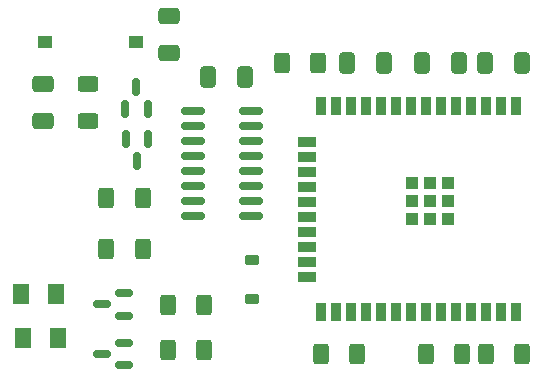
<source format=gtp>
G04 #@! TF.GenerationSoftware,KiCad,Pcbnew,7.0.5-0*
G04 #@! TF.CreationDate,2024-02-05T02:45:17-05:00*
G04 #@! TF.ProjectId,keystone-esp,6b657973-746f-46e6-952d-6573702e6b69,rev?*
G04 #@! TF.SameCoordinates,Original*
G04 #@! TF.FileFunction,Paste,Top*
G04 #@! TF.FilePolarity,Positive*
%FSLAX46Y46*%
G04 Gerber Fmt 4.6, Leading zero omitted, Abs format (unit mm)*
G04 Created by KiCad (PCBNEW 7.0.5-0) date 2024-02-05 02:45:17*
%MOMM*%
%LPD*%
G01*
G04 APERTURE LIST*
G04 Aperture macros list*
%AMRoundRect*
0 Rectangle with rounded corners*
0 $1 Rounding radius*
0 $2 $3 $4 $5 $6 $7 $8 $9 X,Y pos of 4 corners*
0 Add a 4 corners polygon primitive as box body*
4,1,4,$2,$3,$4,$5,$6,$7,$8,$9,$2,$3,0*
0 Add four circle primitives for the rounded corners*
1,1,$1+$1,$2,$3*
1,1,$1+$1,$4,$5*
1,1,$1+$1,$6,$7*
1,1,$1+$1,$8,$9*
0 Add four rect primitives between the rounded corners*
20,1,$1+$1,$2,$3,$4,$5,0*
20,1,$1+$1,$4,$5,$6,$7,0*
20,1,$1+$1,$6,$7,$8,$9,0*
20,1,$1+$1,$8,$9,$2,$3,0*%
G04 Aperture macros list end*
%ADD10R,1.050000X1.050000*%
%ADD11R,0.900000X1.500000*%
%ADD12R,1.500000X0.900000*%
%ADD13RoundRect,0.225000X-0.375000X0.225000X-0.375000X-0.225000X0.375000X-0.225000X0.375000X0.225000X0*%
%ADD14RoundRect,0.250000X-0.400000X-0.625000X0.400000X-0.625000X0.400000X0.625000X-0.400000X0.625000X0*%
%ADD15RoundRect,0.250000X0.400000X0.625000X-0.400000X0.625000X-0.400000X-0.625000X0.400000X-0.625000X0*%
%ADD16R,1.250000X1.000000*%
%ADD17RoundRect,0.150000X0.825000X0.150000X-0.825000X0.150000X-0.825000X-0.150000X0.825000X-0.150000X0*%
%ADD18RoundRect,0.250000X0.625000X-0.400000X0.625000X0.400000X-0.625000X0.400000X-0.625000X-0.400000X0*%
%ADD19RoundRect,0.150000X0.587500X0.150000X-0.587500X0.150000X-0.587500X-0.150000X0.587500X-0.150000X0*%
%ADD20RoundRect,0.150000X0.150000X-0.587500X0.150000X0.587500X-0.150000X0.587500X-0.150000X-0.587500X0*%
%ADD21RoundRect,0.150000X-0.150000X0.587500X-0.150000X-0.587500X0.150000X-0.587500X0.150000X0.587500X0*%
%ADD22RoundRect,0.250001X0.462499X0.624999X-0.462499X0.624999X-0.462499X-0.624999X0.462499X-0.624999X0*%
%ADD23RoundRect,0.250000X0.650000X-0.412500X0.650000X0.412500X-0.650000X0.412500X-0.650000X-0.412500X0*%
%ADD24RoundRect,0.250000X-0.412500X-0.650000X0.412500X-0.650000X0.412500X0.650000X-0.412500X0.650000X0*%
%ADD25RoundRect,0.250000X0.412500X0.650000X-0.412500X0.650000X-0.412500X-0.650000X0.412500X-0.650000X0*%
G04 APERTURE END LIST*
D10*
G04 #@! TO.C,U2*
X213426000Y-94973000D03*
X214951000Y-94973000D03*
X214951000Y-96498000D03*
X211901000Y-93448000D03*
X213426000Y-93448000D03*
X213426000Y-96498000D03*
X211901000Y-94973000D03*
X211901000Y-96498000D03*
X214951000Y-93448000D03*
D11*
X220766000Y-104403000D03*
X219496000Y-104403000D03*
X218226000Y-104403000D03*
X216956000Y-104403000D03*
X215686000Y-104403000D03*
X214416000Y-104403000D03*
X213146000Y-104403000D03*
X211876000Y-104403000D03*
X210606000Y-104403000D03*
X209336000Y-104403000D03*
X208066000Y-104403000D03*
X206796000Y-104403000D03*
X205526000Y-104403000D03*
X204256000Y-104403000D03*
D12*
X203006000Y-101373000D03*
X203006000Y-100103000D03*
X203006000Y-98833000D03*
X203006000Y-97563000D03*
X203006000Y-96293000D03*
X203006000Y-95023000D03*
X203006000Y-93753000D03*
X203006000Y-92483000D03*
X203006000Y-91213000D03*
X203006000Y-89943000D03*
D11*
X204256000Y-86903000D03*
X205526000Y-86903000D03*
X206796000Y-86903000D03*
X208066000Y-86903000D03*
X209336000Y-86903000D03*
X210606000Y-86903000D03*
X211876000Y-86903000D03*
X213146000Y-86903000D03*
X214416000Y-86903000D03*
X215686000Y-86903000D03*
X216956000Y-86903000D03*
X218226000Y-86903000D03*
X219496000Y-86903000D03*
X220766000Y-86903000D03*
G04 #@! TD*
D13*
G04 #@! TO.C,D3*
X198374000Y-99950000D03*
X198374000Y-103250000D03*
G04 #@! TD*
D14*
G04 #@! TO.C,R9*
X218160000Y-107950000D03*
X221260000Y-107950000D03*
G04 #@! TD*
D15*
G04 #@! TO.C,R8*
X216180000Y-107950000D03*
X213080000Y-107950000D03*
G04 #@! TD*
D16*
G04 #@! TO.C,SW1*
X180833800Y-81534000D03*
X188583800Y-81534000D03*
G04 #@! TD*
D17*
G04 #@! TO.C,U1*
X193359000Y-96266000D03*
X193359000Y-94996000D03*
X193359000Y-93726000D03*
X193359000Y-92456000D03*
X193359000Y-91186000D03*
X193359000Y-89916000D03*
X193359000Y-88646000D03*
X193359000Y-87376000D03*
X198309000Y-87376000D03*
X198309000Y-88646000D03*
X198309000Y-89916000D03*
X198309000Y-91186000D03*
X198309000Y-92456000D03*
X198309000Y-93726000D03*
X198309000Y-94996000D03*
X198309000Y-96266000D03*
G04 #@! TD*
D14*
G04 #@! TO.C,R7*
X194336000Y-107569000D03*
X191236000Y-107569000D03*
G04 #@! TD*
G04 #@! TO.C,R6*
X191236000Y-103759000D03*
X194336000Y-103759000D03*
G04 #@! TD*
D18*
G04 #@! TO.C,R5*
X184454800Y-88164000D03*
X184454800Y-85064000D03*
G04 #@! TD*
D14*
G04 #@! TO.C,R4*
X186029000Y-94742000D03*
X189129000Y-94742000D03*
G04 #@! TD*
G04 #@! TO.C,R3*
X186029000Y-99060000D03*
X189129000Y-99060000D03*
G04 #@! TD*
G04 #@! TO.C,R2*
X204190000Y-107950000D03*
X207290000Y-107950000D03*
G04 #@! TD*
G04 #@! TO.C,R1*
X200888000Y-83312000D03*
X203988000Y-83312000D03*
G04 #@! TD*
D19*
G04 #@! TO.C,Q4*
X187576700Y-108900000D03*
X187576700Y-107000000D03*
X185701700Y-107950000D03*
G04 #@! TD*
G04 #@! TO.C,Q3*
X187576700Y-104683600D03*
X187576700Y-102783600D03*
X185701700Y-103733600D03*
G04 #@! TD*
D20*
G04 #@! TO.C,Q2*
X187645000Y-87170500D03*
X189545000Y-87170500D03*
X188595000Y-85295500D03*
G04 #@! TD*
D21*
G04 #@! TO.C,Q1*
X189570400Y-89740500D03*
X187670400Y-89740500D03*
X188620400Y-91615500D03*
G04 #@! TD*
D22*
G04 #@! TO.C,D2*
X181954500Y-106553000D03*
X178979500Y-106553000D03*
G04 #@! TD*
G04 #@! TO.C,D1*
X181827500Y-102870000D03*
X178852500Y-102870000D03*
G04 #@! TD*
D23*
G04 #@! TO.C,C6*
X180695600Y-85102300D03*
X180695600Y-88227300D03*
G04 #@! TD*
D24*
G04 #@! TO.C,C5*
X194652500Y-84455000D03*
X197777500Y-84455000D03*
G04 #@! TD*
D23*
G04 #@! TO.C,C4*
X191389000Y-82461500D03*
X191389000Y-79336500D03*
G04 #@! TD*
D25*
G04 #@! TO.C,C3*
X215938500Y-83312000D03*
X212813500Y-83312000D03*
G04 #@! TD*
D24*
G04 #@! TO.C,C2*
X218147500Y-83312000D03*
X221272500Y-83312000D03*
G04 #@! TD*
G04 #@! TO.C,C1*
X206463500Y-83312000D03*
X209588500Y-83312000D03*
G04 #@! TD*
M02*

</source>
